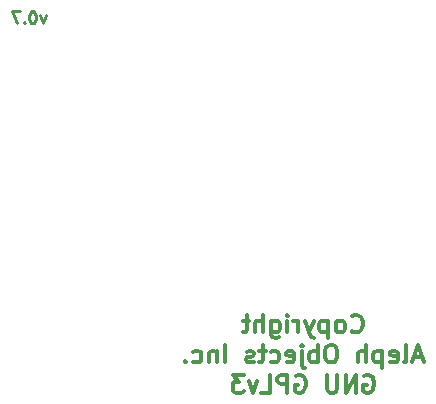
<source format=gbo>
G04 #@! TF.GenerationSoftware,KiCad,Pcbnew,(2016-12-15 revision b13c7e4)-master*
G04 #@! TF.CreationDate,2017-03-13T10:32:04-06:00*
G04 #@! TF.ProjectId,ToolHead_PCB,546F6F6C486561645F5043422E6B6963,0.7*
G04 #@! TF.FileFunction,Legend,Bot*
G04 #@! TF.FilePolarity,Positive*
%FSLAX46Y46*%
G04 Gerber Fmt 4.6, Leading zero omitted, Abs format (unit mm)*
G04 Created by KiCad (PCBNEW (2016-12-15 revision b13c7e4)-master) date Mon Mar 13 10:32:04 2017*
%MOMM*%
%LPD*%
G01*
G04 APERTURE LIST*
%ADD10C,0.100000*%
%ADD11C,0.300000*%
%ADD12C,0.250000*%
G04 APERTURE END LIST*
D10*
D11*
X146831428Y-102485714D02*
X146902857Y-102557142D01*
X147117142Y-102628571D01*
X147260000Y-102628571D01*
X147474285Y-102557142D01*
X147617142Y-102414285D01*
X147688571Y-102271428D01*
X147760000Y-101985714D01*
X147760000Y-101771428D01*
X147688571Y-101485714D01*
X147617142Y-101342857D01*
X147474285Y-101200000D01*
X147260000Y-101128571D01*
X147117142Y-101128571D01*
X146902857Y-101200000D01*
X146831428Y-101271428D01*
X145974285Y-102628571D02*
X146117142Y-102557142D01*
X146188571Y-102485714D01*
X146260000Y-102342857D01*
X146260000Y-101914285D01*
X146188571Y-101771428D01*
X146117142Y-101700000D01*
X145974285Y-101628571D01*
X145760000Y-101628571D01*
X145617142Y-101700000D01*
X145545714Y-101771428D01*
X145474285Y-101914285D01*
X145474285Y-102342857D01*
X145545714Y-102485714D01*
X145617142Y-102557142D01*
X145760000Y-102628571D01*
X145974285Y-102628571D01*
X144831428Y-101628571D02*
X144831428Y-103128571D01*
X144831428Y-101700000D02*
X144688571Y-101628571D01*
X144402857Y-101628571D01*
X144260000Y-101700000D01*
X144188571Y-101771428D01*
X144117142Y-101914285D01*
X144117142Y-102342857D01*
X144188571Y-102485714D01*
X144260000Y-102557142D01*
X144402857Y-102628571D01*
X144688571Y-102628571D01*
X144831428Y-102557142D01*
X143617142Y-101628571D02*
X143260000Y-102628571D01*
X142902857Y-101628571D02*
X143260000Y-102628571D01*
X143402857Y-102985714D01*
X143474285Y-103057142D01*
X143617142Y-103128571D01*
X142331428Y-102628571D02*
X142331428Y-101628571D01*
X142331428Y-101914285D02*
X142260000Y-101771428D01*
X142188571Y-101700000D01*
X142045714Y-101628571D01*
X141902857Y-101628571D01*
X141402857Y-102628571D02*
X141402857Y-101628571D01*
X141402857Y-101128571D02*
X141474285Y-101200000D01*
X141402857Y-101271428D01*
X141331428Y-101200000D01*
X141402857Y-101128571D01*
X141402857Y-101271428D01*
X140045714Y-101628571D02*
X140045714Y-102842857D01*
X140117142Y-102985714D01*
X140188571Y-103057142D01*
X140331428Y-103128571D01*
X140545714Y-103128571D01*
X140688571Y-103057142D01*
X140045714Y-102557142D02*
X140188571Y-102628571D01*
X140474285Y-102628571D01*
X140617142Y-102557142D01*
X140688571Y-102485714D01*
X140760000Y-102342857D01*
X140760000Y-101914285D01*
X140688571Y-101771428D01*
X140617142Y-101700000D01*
X140474285Y-101628571D01*
X140188571Y-101628571D01*
X140045714Y-101700000D01*
X139331428Y-102628571D02*
X139331428Y-101128571D01*
X138688571Y-102628571D02*
X138688571Y-101842857D01*
X138760000Y-101700000D01*
X138902857Y-101628571D01*
X139117142Y-101628571D01*
X139260000Y-101700000D01*
X139331428Y-101771428D01*
X138188571Y-101628571D02*
X137617142Y-101628571D01*
X137974285Y-101128571D02*
X137974285Y-102414285D01*
X137902857Y-102557142D01*
X137760000Y-102628571D01*
X137617142Y-102628571D01*
X152831428Y-104750000D02*
X152117142Y-104750000D01*
X152974285Y-105178571D02*
X152474285Y-103678571D01*
X151974285Y-105178571D01*
X151260000Y-105178571D02*
X151402857Y-105107142D01*
X151474285Y-104964285D01*
X151474285Y-103678571D01*
X150117142Y-105107142D02*
X150260000Y-105178571D01*
X150545714Y-105178571D01*
X150688571Y-105107142D01*
X150760000Y-104964285D01*
X150760000Y-104392857D01*
X150688571Y-104250000D01*
X150545714Y-104178571D01*
X150260000Y-104178571D01*
X150117142Y-104250000D01*
X150045714Y-104392857D01*
X150045714Y-104535714D01*
X150760000Y-104678571D01*
X149402857Y-104178571D02*
X149402857Y-105678571D01*
X149402857Y-104250000D02*
X149260000Y-104178571D01*
X148974285Y-104178571D01*
X148831428Y-104250000D01*
X148760000Y-104321428D01*
X148688571Y-104464285D01*
X148688571Y-104892857D01*
X148760000Y-105035714D01*
X148831428Y-105107142D01*
X148974285Y-105178571D01*
X149260000Y-105178571D01*
X149402857Y-105107142D01*
X148045714Y-105178571D02*
X148045714Y-103678571D01*
X147402857Y-105178571D02*
X147402857Y-104392857D01*
X147474285Y-104250000D01*
X147617142Y-104178571D01*
X147831428Y-104178571D01*
X147974285Y-104250000D01*
X148045714Y-104321428D01*
X145260000Y-103678571D02*
X144974285Y-103678571D01*
X144831428Y-103750000D01*
X144688571Y-103892857D01*
X144617142Y-104178571D01*
X144617142Y-104678571D01*
X144688571Y-104964285D01*
X144831428Y-105107142D01*
X144974285Y-105178571D01*
X145260000Y-105178571D01*
X145402857Y-105107142D01*
X145545714Y-104964285D01*
X145617142Y-104678571D01*
X145617142Y-104178571D01*
X145545714Y-103892857D01*
X145402857Y-103750000D01*
X145260000Y-103678571D01*
X143974285Y-105178571D02*
X143974285Y-103678571D01*
X143974285Y-104250000D02*
X143831428Y-104178571D01*
X143545714Y-104178571D01*
X143402857Y-104250000D01*
X143331428Y-104321428D01*
X143260000Y-104464285D01*
X143260000Y-104892857D01*
X143331428Y-105035714D01*
X143402857Y-105107142D01*
X143545714Y-105178571D01*
X143831428Y-105178571D01*
X143974285Y-105107142D01*
X142617142Y-104178571D02*
X142617142Y-105464285D01*
X142688571Y-105607142D01*
X142831428Y-105678571D01*
X142902857Y-105678571D01*
X142617142Y-103678571D02*
X142688571Y-103750000D01*
X142617142Y-103821428D01*
X142545714Y-103750000D01*
X142617142Y-103678571D01*
X142617142Y-103821428D01*
X141331428Y-105107142D02*
X141474285Y-105178571D01*
X141760000Y-105178571D01*
X141902857Y-105107142D01*
X141974285Y-104964285D01*
X141974285Y-104392857D01*
X141902857Y-104250000D01*
X141760000Y-104178571D01*
X141474285Y-104178571D01*
X141331428Y-104250000D01*
X141260000Y-104392857D01*
X141260000Y-104535714D01*
X141974285Y-104678571D01*
X139974285Y-105107142D02*
X140117142Y-105178571D01*
X140402857Y-105178571D01*
X140545714Y-105107142D01*
X140617142Y-105035714D01*
X140688571Y-104892857D01*
X140688571Y-104464285D01*
X140617142Y-104321428D01*
X140545714Y-104250000D01*
X140402857Y-104178571D01*
X140117142Y-104178571D01*
X139974285Y-104250000D01*
X139545714Y-104178571D02*
X138974285Y-104178571D01*
X139331428Y-103678571D02*
X139331428Y-104964285D01*
X139260000Y-105107142D01*
X139117142Y-105178571D01*
X138974285Y-105178571D01*
X138545714Y-105107142D02*
X138402857Y-105178571D01*
X138117142Y-105178571D01*
X137974285Y-105107142D01*
X137902857Y-104964285D01*
X137902857Y-104892857D01*
X137974285Y-104750000D01*
X138117142Y-104678571D01*
X138331428Y-104678571D01*
X138474285Y-104607142D01*
X138545714Y-104464285D01*
X138545714Y-104392857D01*
X138474285Y-104250000D01*
X138331428Y-104178571D01*
X138117142Y-104178571D01*
X137974285Y-104250000D01*
X136117142Y-105178571D02*
X136117142Y-103678571D01*
X135402857Y-104178571D02*
X135402857Y-105178571D01*
X135402857Y-104321428D02*
X135331428Y-104250000D01*
X135188571Y-104178571D01*
X134974285Y-104178571D01*
X134831428Y-104250000D01*
X134760000Y-104392857D01*
X134760000Y-105178571D01*
X133402857Y-105107142D02*
X133545714Y-105178571D01*
X133831428Y-105178571D01*
X133974285Y-105107142D01*
X134045714Y-105035714D01*
X134117142Y-104892857D01*
X134117142Y-104464285D01*
X134045714Y-104321428D01*
X133974285Y-104250000D01*
X133831428Y-104178571D01*
X133545714Y-104178571D01*
X133402857Y-104250000D01*
X132760000Y-105035714D02*
X132688571Y-105107142D01*
X132760000Y-105178571D01*
X132831428Y-105107142D01*
X132760000Y-105035714D01*
X132760000Y-105178571D01*
X147902857Y-106300000D02*
X148045714Y-106228571D01*
X148260000Y-106228571D01*
X148474285Y-106300000D01*
X148617142Y-106442857D01*
X148688571Y-106585714D01*
X148760000Y-106871428D01*
X148760000Y-107085714D01*
X148688571Y-107371428D01*
X148617142Y-107514285D01*
X148474285Y-107657142D01*
X148260000Y-107728571D01*
X148117142Y-107728571D01*
X147902857Y-107657142D01*
X147831428Y-107585714D01*
X147831428Y-107085714D01*
X148117142Y-107085714D01*
X147188571Y-107728571D02*
X147188571Y-106228571D01*
X146331428Y-107728571D01*
X146331428Y-106228571D01*
X145617142Y-106228571D02*
X145617142Y-107442857D01*
X145545714Y-107585714D01*
X145474285Y-107657142D01*
X145331428Y-107728571D01*
X145045714Y-107728571D01*
X144902857Y-107657142D01*
X144831428Y-107585714D01*
X144760000Y-107442857D01*
X144760000Y-106228571D01*
X142117142Y-106300000D02*
X142260000Y-106228571D01*
X142474285Y-106228571D01*
X142688571Y-106300000D01*
X142831428Y-106442857D01*
X142902857Y-106585714D01*
X142974285Y-106871428D01*
X142974285Y-107085714D01*
X142902857Y-107371428D01*
X142831428Y-107514285D01*
X142688571Y-107657142D01*
X142474285Y-107728571D01*
X142331428Y-107728571D01*
X142117142Y-107657142D01*
X142045714Y-107585714D01*
X142045714Y-107085714D01*
X142331428Y-107085714D01*
X141402857Y-107728571D02*
X141402857Y-106228571D01*
X140831428Y-106228571D01*
X140688571Y-106300000D01*
X140617142Y-106371428D01*
X140545714Y-106514285D01*
X140545714Y-106728571D01*
X140617142Y-106871428D01*
X140688571Y-106942857D01*
X140831428Y-107014285D01*
X141402857Y-107014285D01*
X139188571Y-107728571D02*
X139902857Y-107728571D01*
X139902857Y-106228571D01*
X138831428Y-106728571D02*
X138474285Y-107728571D01*
X138117142Y-106728571D01*
X137688571Y-106228571D02*
X136760000Y-106228571D01*
X137260000Y-106800000D01*
X137045714Y-106800000D01*
X136902857Y-106871428D01*
X136831428Y-106942857D01*
X136760000Y-107085714D01*
X136760000Y-107442857D01*
X136831428Y-107585714D01*
X136902857Y-107657142D01*
X137045714Y-107728571D01*
X137474285Y-107728571D01*
X137617142Y-107657142D01*
X137688571Y-107585714D01*
D12*
X120928571Y-75785714D02*
X120690476Y-76452380D01*
X120452380Y-75785714D01*
X119880952Y-75452380D02*
X119785714Y-75452380D01*
X119690476Y-75500000D01*
X119642857Y-75547619D01*
X119595238Y-75642857D01*
X119547619Y-75833333D01*
X119547619Y-76071428D01*
X119595238Y-76261904D01*
X119642857Y-76357142D01*
X119690476Y-76404761D01*
X119785714Y-76452380D01*
X119880952Y-76452380D01*
X119976190Y-76404761D01*
X120023809Y-76357142D01*
X120071428Y-76261904D01*
X120119047Y-76071428D01*
X120119047Y-75833333D01*
X120071428Y-75642857D01*
X120023809Y-75547619D01*
X119976190Y-75500000D01*
X119880952Y-75452380D01*
X119119047Y-76357142D02*
X119071428Y-76404761D01*
X119119047Y-76452380D01*
X119166666Y-76404761D01*
X119119047Y-76357142D01*
X119119047Y-76452380D01*
X118738095Y-75452380D02*
X118071428Y-75452380D01*
X118500000Y-76452380D01*
M02*

</source>
